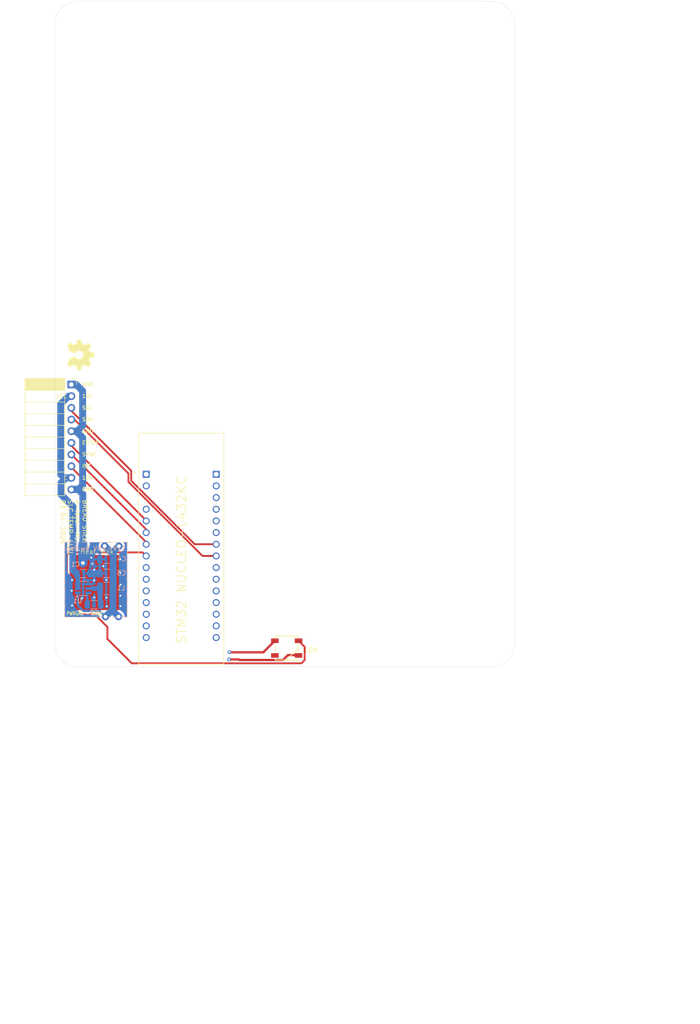
<source format=kicad_pcb>
(kicad_pcb (version 20241229) (generator "pcbnew") (generator_version "9.0")
  (layers (0 "F.Cu" signal) (4 "In1.Cu" signal) (6 "In2.Cu" signal) (2 "B.Cu" signal) (13 "F.Paste" user) (15 "B.Paste" user) (5 "F.SilkS" user "F.Silkscreen") (7 "B.SilkS" user "B.Silkscreen") (1 "F.Mask" user) (3 "B.Mask" user) (25 "Edge.Cuts" user))
  (net 0 "")
  (net 1 "/LED")
  (net 2 "/I2C_CLK")
  (net 3 "/I2C_DAT")
  (net 4 "/SYNC")
  (net 5 "+12V")
  (net 6 "/INT")
  (net 7 "/ESTOP")
  (net 8 "Net-(U1-SW)")
  (net 9 "Net-(U1-BST)")
  (net 11 "GNDPWR")
  (net 12 "GNDD")
  (net 13 "+5VD")
  (net 18 "+3V3")
  (footprint "MountingHole:MountingHole_5mm" (layer "F.Cu") (at 62.574466 41.109466)
    (property "Reference" "H1" (hide yes))
    (property "Value" "MountingHole")
    (pad "" np_thru_hole circle (at 0 0) (size 5 5) (drill 5) (layers "*.Cu" "*.Mask"))
  )
  (footprint "MountingHole:MountingHole_5mm" (layer "F.Cu") (at 152.69 41.125)
    (property "Reference" "H3" (hide yes))
    (property "Value" "MountingHole")
    (pad "" np_thru_hole circle (at 0 0) (size 5 5) (drill 5) (layers "*.Cu" "*.Mask"))
  )
  (footprint "MountingHole:MountingHole_5mm" (layer "F.Cu") (at 62.574465 176.003932)
    (property "Reference" "H2" (hide yes))
    (property "Value" "MountingHole")
    (pad "" np_thru_hole circle (at 0 0) (size 5 5) (drill 5) (layers "*.Cu" "*.Mask"))
  )
  (footprint "MountingHole:MountingHole_5mm" (layer "F.Cu") (at 152.64 175.869466)
    (property "Reference" "H4" (hide yes))
    (property "Value" "MountingHole")
    (pad "" np_thru_hole circle (at 0 0) (size 5 5) (drill 5) (layers "*.Cu" "*.Mask"))
  )
  (footprint "Connector_PinSocket_2.54mm:PinSocket_1x10_P2.54mm_Horizontal" (layer "F.Cu") (at 61.174465 119.553932)
    (property "Reference" "J1" (at -2.6 2.55 0) (layer "F.SilkS"))
    (property "Value" "Conn_01x10_Female")
    (fp_line (start -10.09 -1.33) (end -10.09 24.19) (stroke (width 0.12)) (layer "F.SilkS"))
    (fp_line (start -10.09 -1.33) (end -1.46 -1.33) (stroke (width 0.12)) (layer "F.SilkS"))
    (fp_line (start -10.09 -1.21) (end -1.46 -1.21) (stroke (width 0.12)) (layer "F.SilkS"))
    (fp_line (start -10.09 -1.091905) (end -1.46 -1.091905) (stroke (width 0.12)) (layer "F.SilkS"))
    (fp_line (start -10.09 -0.97381) (end -1.46 -0.97381) (stroke (width 0.12)) (layer "F.SilkS"))
    (fp_line (start -10.09 -0.855715) (end -1.46 -0.855715) (stroke (width 0.12)) (layer "F.SilkS"))
    (fp_line (start -10.09 -0.73762) (end -1.46 -0.73762) (stroke (width 0.12)) (layer "F.SilkS"))
    (fp_line (start -10.09 -0.619525) (end -1.46 -0.619525) (stroke (width 0.12)) (layer "F.SilkS"))
    (fp_line (start -10.09 -0.50143) (end -1.46 -0.50143) (stroke (width 0.12)) (layer "F.SilkS"))
    (fp_line (start -10.09 -0.383335) (end -1.46 -0.383335) (stroke (width 0.12)) (layer "F.SilkS"))
    (fp_line (start -10.09 -0.26524) (end -1.46 -0.26524) (stroke (width 0.12)) (layer "F.SilkS"))
    (fp_line (start -10.09 -0.147145) (end -1.46 -0.147145) (stroke (width 0.12)) (layer "F.SilkS"))
    (fp_line (start -10.09 -0.02905) (end -1.46 -0.02905) (stroke (width 0.12)) (layer "F.SilkS"))
    (fp_line (start -10.09 0.089045) (end -1.46 0.089045) (stroke (width 0.12)) (layer "F.SilkS"))
    (fp_line (start -10.09 0.20714) (end -1.46 0.20714) (stroke (width 0.12)) (layer "F.SilkS"))
    (fp_line (start -10.09 0.325235) (end -1.46 0.325235) (stroke (width 0.12)) (layer "F.SilkS"))
    (fp_line (start -10.09 0.44333) (end -1.46 0.44333) (stroke (width 0.12)) (layer "F.SilkS"))
    (fp_line (start -10.09 0.561425) (end -1.46 0.561425) (stroke (width 0.12)) (layer "F.SilkS"))
    (fp_line (start -10.09 0.67952) (end -1.46 0.67952) (stroke (width 0.12)) (layer "F.SilkS"))
    (fp_line (start -10.09 0.797615) (end -1.46 0.797615) (stroke (width 0.12)) (layer "F.SilkS"))
    (fp_line (start -10.09 0.91571) (end -1.46 0.91571) (stroke (width 0.12)) (layer "F.SilkS"))
    (fp_line (start -10.09 1.033805) (end -1.46 1.033805) (stroke (width 0.12)) (layer "F.SilkS"))
    (fp_line (start -10.09 1.1519) (end -1.46 1.1519) (stroke (width 0.12)) (layer "F.SilkS"))
    (fp_line (start -10.09 1.27) (end -1.46 1.27) (stroke (width 0.12)) (layer "F.SilkS"))
    (fp_line (start -10.09 3.81) (end -1.46 3.81) (stroke (width 0.12)) (layer "F.SilkS"))
    (fp_line (start -10.09 6.35) (end -1.46 6.35) (stroke (width 0.12)) (layer "F.SilkS"))
    (fp_line (start -10.09 8.89) (end -1.46 8.89) (stroke (width 0.12)) (layer "F.SilkS"))
    (fp_line (start -10.09 11.43) (end -1.46 11.43) (stroke (width 0.12)) (layer "F.SilkS"))
    (fp_line (start -10.09 13.97) (end -1.46 13.97) (stroke (width 0.12)) (layer "F.SilkS"))
    (fp_line (start -10.09 16.51) (end -1.46 16.51) (stroke (width 0.12)) (layer "F.SilkS"))
    (fp_line (start -10.09 19.05) (end -1.46 19.05) (stroke (width 0.12)) (layer "F.SilkS"))
    (fp_line (start -10.09 21.59) (end -1.46 21.59) (stroke (width 0.12)) (layer "F.SilkS"))
    (fp_line (start -10.09 24.19) (end -1.46 24.19) (stroke (width 0.12)) (layer "F.SilkS"))
    (fp_line (start -1.46 -1.33) (end -1.46 24.19) (stroke (width 0.12)) (layer "F.SilkS"))
    (fp_line (start -1.46 -0.36) (end -1.11 -0.36) (stroke (width 0.12)) (layer "F.SilkS"))
    (fp_line (start -1.46 0.36) (end -1.11 0.36) (stroke (width 0.12)) (layer "F.SilkS"))
    (fp_line (start -1.46 2.18) (end -1.05 2.18) (stroke (width 0.12)) (layer "F.SilkS"))
    (fp_line (start -1.46 2.9) (end -1.05 2.9) (stroke (width 0.12)) (layer "F.SilkS"))
    (fp_line (start -1.46 4.72) (end -1.05 4.72) (stroke (width 0.12)) (layer "F.SilkS"))
    (fp_line (start -1.46 5.44) (end -1.05 5.44) (stroke (width 0.12)) (layer "F.SilkS"))
    (fp_line (start -1.46 7.26) (end -1.05 7.26) (stroke (width 0.12)) (layer "F.SilkS"))
    (fp_line (start -1.46 7.98) (end -1.05 7.98) (stroke (width 0.12)) (layer "F.SilkS"))
    (fp_line (start -1.46 9.8) (end -1.05 9.8) (stroke (width 0.12)) (layer "F.SilkS"))
    (fp_line (start -1.46 10.52) (end -1.05 10.52) (stroke (width 0.12)) (layer "F.SilkS"))
    (fp_line (start -1.46 12.34) (end -1.05 12.34) (stroke (width 0.12)) (layer "F.SilkS"))
    (fp_line (start -1.46 13.06) (end -1.05 13.06) (stroke (width 0.12)) (layer "F.SilkS"))
    (fp_line (start -1.46 14.88) (end -1.05 14.88) (stroke (width 0.12)) (layer "F.SilkS"))
    (fp_line (start -1.46 15.6) (end -1.05 15.6) (stroke (width 0.12)) (layer "F.SilkS"))
    (fp_line (start -1.46 17.42) (end -1.05 17.42) (stroke (width 0.12)) (layer "F.SilkS"))
    (fp_line (start -1.46 18.14) (end -1.05 18.14) (stroke (width 0.12)) (layer "F.SilkS"))
    (fp_line (start -1.46 19.96) (end -1.05 19.96) (stroke (width 0.12)) (layer "F.SilkS"))
    (fp_line (start -1.46 20.68) (end -1.05 20.68) (stroke (width 0.12)) (layer "F.SilkS"))
    (fp_line (start -1.46 22.5) (end -1.05 22.5) (stroke (width 0.12)) (layer "F.SilkS"))
    (fp_line (start -1.46 23.22) (end -1.05 23.22) (stroke (width 0.12)) (layer "F.SilkS"))
    (fp_line (start 0 -1.33) (end 1.11 -1.33) (stroke (width 0.12)) (layer "F.SilkS"))
    (fp_line (start 1.11 -1.33) (end 1.11 0) (stroke (width 0.12)) (layer "F.SilkS"))
    (pad "1" thru_hole rect (at 0 0) (size 1.7 1.7) (drill 1) (layers "*.Cu" "*.Mask") (net 11 "GNDPWR"))
    (pad "2" thru_hole oval (at 0 2.54) (size 1.7 1.7) (drill 1) (layers "*.Cu" "*.Mask") (net 5 "+12V"))
    (pad "3" thru_hole oval (at 0 5.08) (size 1.7 1.7) (drill 1) (layers "*.Cu" "*.Mask") (net 2 "/I2C_CLK"))
    (pad "4" thru_hole oval (at 0 7.62) (size 1.7 1.7) (drill 1) (layers "*.Cu" "*.Mask") (net 3 "/I2C_DAT"))
    (pad "5" thru_hole oval (at 0 10.16) (size 1.7 1.7) (drill 1) (layers "*.Cu" "*.Mask") (net 11 "GNDPWR"))
    (pad "6" thru_hole oval (at 0 12.7) (size 1.7 1.7) (drill 1) (layers "*.Cu" "*.Mask") (net 7 "/ESTOP"))
    (pad "7" thru_hole oval (at 0 15.24) (size 1.7 1.7) (drill 1) (layers "*.Cu" "*.Mask") (net 6 "/INT"))
    (pad "8" thru_hole oval (at 0 17.78) (size 1.7 1.7) (drill 1) (layers "*.Cu" "*.Mask") (net 4 "/SYNC"))
    (pad "9" thru_hole oval (at 0 20.32) (size 1.7 1.7) (drill 1) (layers "*.Cu" "*.Mask") (net 5 "+12V"))
    (pad "10" thru_hole oval (at 0 22.86) (size 1.7 1.7) (drill 1) (layers "*.Cu" "*.Mask") (net 11 "GNDPWR"))
  )
  (footprint "Symbol:OSHW-Symbol_6.7x6mm_SilkScreen" (layer "F.Cu") (at 63.174465 113.103932 -90)
    (property "Reference" "Logo1" (hide yes))
    (property "Value" "Logo_Open_Hardware_Small" (hide yes))
    (fp_poly (pts (xy 0.555814 -2.531069) (xy 0.639635 -2.086445) (xy 0.94892 -1.958947) (xy 1.258206 -1.831449) (xy 1.629246 -2.083754) (xy 1.733157 -2.154004) (xy 1.827087 -2.216728) (xy 1.906652 -2.269062) (xy 1.96747 -2.308143) (xy 2.005157 -2.331107) (xy 2.015421 -2.336058) (xy 2.03391 -2.323324) (xy 2.07342 -2.288118) (xy 2.129522 -2.234938) (xy 2.197787 -2.168282) (xy 2.273786 -2.092646) (xy 2.353092 -2.012528) (xy 2.431275 -1.932426) (xy 2.503907 -1.856836) (xy 2.566559 -1.790255) (xy 2.614803 -1.737182) (xy 2.64421 -1.702113) (xy 2.651241 -1.690377) (xy 2.641123 -1.66874) (xy 2.612759 -1.621338) (xy 2.569129 -1.552807) (xy 2.513218 -1.467785) (xy 2.448006 -1.370907) (xy 2.410219 -1.31565) (xy 2.341343 -1.214752) (xy 2.28014 -1.123701) (xy 2.229578 -1.04703) (xy 2.192628 -0.989272) (xy 2.172258 -0.954957) (xy 2.169197 -0.947746) (xy 2.176136 -0.927252) (xy 2.195051 -0.879487) (xy 2.223087 -0.811168) (xy 2.257391 -0.729011) (xy 2.295109 -0.63973) (xy 2.333387 -0.550042) (xy 2.36937 -0.466662) (xy 2.400206 -0.396306) (xy 2.423039 -0.34569) (xy 2.435017 -0.321529) (xy 2.435724 -0.320578) (xy 2.454531 -0.315964) (xy 2.504618 -0.305672) (xy 2.580793 -0.290713) (xy 2.677865 -0.272099) (xy 2.790643 -0.250841) (xy 2.856442 -0.238582) (xy 2.97695 -0.215638) (xy 3.085797 -0.193805) (xy 3.177476 -0.174278) (xy 3.246481 -0.158252) (xy 3.287304 -0.146921) (xy 3.295511 -0.143326) (xy 3.303548 -0.118994) (xy 3.310033 -0.064041) (xy 3.31497 0.015108) (xy 3.318364 0.112026) (xy 3.320218 0.220287) (xy 3.320538 0.333465) (xy 3.319327 0.445135) (xy 3.31659 0.548868) (xy 3.312331 0.638241) (xy 3.306555 0.706826) (xy 3.299267 0.748197) (xy 3.294895 0.75681) (xy 3.268764 0.767133) (xy 3.213393 0.781892) (xy 3.136107 0.799352) (xy 3.04423 0.81778) (xy 3.012158 0.823741) (xy 2.857524 0.852066) (xy 2.735375 0.874876) (xy 2.641673 0.89308) (xy 2.572384 0.907583) (xy 2.523471 0.919292) (xy 2.490897 0.929115) (xy 2.470628 0.937956) (xy 2.458626 0.946724) (xy 2.456947 0.948457) (xy 2.440184 0.976371) (xy 2.414614 1.030695) (xy 2.382788 1.104777) (xy 2.34726 1.191965) (xy 2.310583 1.285608) (xy 2.275311 1.379052) (xy 2.243996 1.465647) (xy 2.219193 1.53874) (xy 2.203454 1.591678) (xy 2.199332 1.617811) (xy 2.199676 1.618726) (xy 2.213641 1.640086) (xy 2.245322 1.687084) (xy 2.291391 1.754827) (xy 2.348518 1.838423) (xy 2.413373 1.932982) (xy 2.431843 1.959854) (xy 2.497699 2.057275) (xy 2.55565 2.146163) (xy 2.602538 2.221412) (xy 2.635207 2.27792) (xy 2.6505 2.310581) (xy 2.651241 2.314593) (xy 2.638392 2.335684) (xy 2.602888 2.377464) (xy 2.549293 2.435445) (xy 2.482171 2.505135) (xy 2.406087 2.582045) (xy 2.325604 2.661683) (xy 2.245287 2.739561) (xy 2.169699 2.811186) (xy 2.103405 2.87207) (xy 2.050969 2.917721) (xy 2.016955 2.94365) (xy 2.007545 2.947883) (xy 1.985643 2.937912) (xy 1.9408 2.91102) (xy 1.880321 2.871736) (xy 1.833789 2.840117) (xy 1.749475 2.782098) (xy 1.649626 2.713784) (xy 1.549473 2.645579) (xy 1.495627 2.609075) (xy 1.313371 2.4858) (xy 1.160381 2.56852) (xy 1.090682 2.604759) (xy 1.031414 2.632926) (xy 0.991311 2.648991) (xy 0.981103 2.651226) (xy 0.968829 2.634722) (xy 0.944613 2.588082) (xy 0.910263 2.515609) (xy 0.867588 2.421606) (xy 0.818394 2.310374) (xy 0.76449 2.186215) (xy 0.707684 2.053432) (xy 0.649782 1.916327) (xy 0.592593 1.779202) (xy 0.537924 1.646358) (xy 0.487584 1.522098) (xy 0.44338 1.410725) (xy 0.407119 1.316539) (xy 0.380609 1.243844) (xy 0.365658 1.196941) (xy 0.363254 1.180833) (xy 0.382311 1.160286) (xy 0.424036 1.126933) (xy 0.479706 1.087702) (xy 0.484378 1.084599) (xy 0.628264 0.969423) (xy 0.744283 0.835053) (xy 0.83143 0.685784) (xy 0.888699 0.525913) (xy 0.915086 0.359737) (xy 0.909585 0.191552) (xy 0.87119 0.025655) (xy 0.798895 -0.133658) (xy 0.777626 -0.168513) (xy 0.666996 -0.309263) (xy 0.536302 -0.422286) (xy 0.390064 -0.506997) (xy 0.232808 -0.562806) (xy 0.069057 -0.589126) (xy -0.096667 -0.58537) (xy -0.259838 -0.55095) (xy -0.415935 -0.485277) (xy -0.560433 -0.387765) (xy -0.605131 -0.348187) (xy -0.718888 -0.224297) (xy -0.801782 -0.093876) (xy -0.858644 0.052315) (xy -0.890313 0.197088) (xy -0.898131 0.35986) (xy -0.872062 0.52344) (xy -0.814755 0.682298) (xy -0.728856 0.830906) (xy -0.617014 0.963735) (xy -0.481877 1.075256) (xy -0.464117 1.087011) (xy -0.40785 1.125508) (xy -0.365077 1.158863) (xy -0.344628 1.18016) (xy -0.344331 1.180833) (xy -0.348721 1.203871) (xy -0.366124 1.256157) (xy -0.394732 1.33339) (xy -0.432735 1.431268) (xy -0.478326 1.545491) (xy -0.529697 1.671758) (xy -0.585038 1.805767) (xy -0.642542 1.943218) (xy -0.700399 2.079808) (xy -0.756802 2.211237) (xy -0.809942 2.333205) (xy -0.85801 2.441409) (xy -0.899199 2.531549) (xy -0.931699 2.599323) (xy -0.953703 2.64043) (xy -0.962564 2.651226) (xy -0.98964 2.642819) (xy -1.040303 2.620272) (xy -1.105817 2.587613) (xy -1.141841 2.56852) (xy -1.294832 2.4858) (xy -1.477088 2.609075) (xy -1.570125 2.672228) (xy -1.671985 2.741727) (xy -1.767438 2.807165) (xy -1.81525 2.840117) (xy -1.882495 2.885273) (xy -1.939436 2.921057) (xy -1.978646 2.942938) (xy -1.991381 2.947563) (xy -2.009917 2.935085) (xy -2.050941 2.900252) (xy -2.110475 2.846678) (xy -2.184542 2.777983) (xy -2.269165 2.697781) (xy -2.322685 2.646286) (xy -2.416319 2.554286) (xy -2.497241 2.471999) (xy -2.562177 2.402945) (xy -2.607858 2.350644) (xy -2.631011 2.318616) (xy -2.633232 2.312116) (xy -2.622924 2.287394) (xy -2.594439 2.237405) (xy -2.550937 2.167212) (xy -2.495577 2.081875) (xy -2.43152 1.986456) (xy -2.413303 1.959854) (xy -2.346927 1.863167) (xy -2.287378 1.776117) (xy -2.237984 1.703595) (xy -2.202075 1.650493) (xy -2.182981 1.621703) (xy -2.181136 1.618726) (xy -2.183895 1.595782) (xy -2.198538 1.545336) (xy -2.222513 1.474041) (xy -2.253266 1.388547) (xy -2.288244 1.295507) (xy -2.324893 1.201574) (xy -2.360661 1.113399) (xy -2.392994 1.037634) (xy -2.419338 0.980931) (xy -2.437142 0.949943) (xy -2.438407 0.948457) (xy -2.449294 0.939601) (xy -2.467682 0.930843) (xy -2.497606 0.921277) (xy -2.543103 0.909996) (xy -2.608209 0.896093) (xy -2.696961 0.878663) (xy -2.813393 0.856798) (xy -2.961542 0.829591) (xy -2.993618 0.823741) (xy -3.088686 0.805374) (xy -3.171565 0.787405) (xy -3.23493 0.771569) (xy -3.271458 0.7596) (xy -3.276356 0.75681) (xy -3.284427 0.732072) (xy -3.290987 0.67679) (xy -3.296033 0.597389) (xy -3.299559 0.500296) (xy -3.301561 0.391938) (xy -3.302036 0.27874) (xy -3.300977 0.167128) (xy -3.298382 0.063529) (xy -3.294246 -0.025632) (xy -3.288563 -0.093928) (xy -3.281331 -0.134934) (xy -3.276971 -0.143326) (xy -3.252698 -0.151792) (xy -3.197426 -0.165565) (xy -3.116662 -0.18345) (xy -3.015912 -0.204252) (xy -2.900683 -0.226777) (xy -2.837902 -0.238582) (xy -2.718787 -0.260849) (xy -2.612565 -0.281021) (xy -2.524427 -0.298085) (xy -2.459566 -0.311031) (xy -2.423174 -0.318845) (xy -2.417184 -0.320578) (xy -2.407061 -0.34011) (xy -2.385662 -0.387157) (xy -2.355839 -0.454997) (xy -2.320445 -0.536909) (xy -2.282332 -0.626172) (xy -2.244353 -0.716065) (xy -2.20936 -0.799865) (xy -2.180206 -0.870853) (xy -2.159743 -0.922306) (xy -2.150823 -0.947503) (xy -2.150657 -0.948604) (xy -2.160769 -0.968481) (xy -2.189117 -1.014223) (xy -2.232723 -1.081283) (xy -2.288606 -1.165116) (xy -2.353787 -1.261174) (xy -2.391679 -1.31635) (xy -2.460725 -1.417519) (xy -2.52205 -1.50937) (xy -2.572663 -1.587256) (xy -2.609571 -1.646531) (xy -2.629782 -1.682549) (xy -2.632701 -1.690623) (xy -2.620153 -1.709416) (xy -2.585463 -1.749543) (xy -2.533063 -1.806507) (xy -2.467384 -1.875815) (xy -2.392856 -1.952969) (xy -2.313913 -2.033475) (xy -2.234983 -2.112837) (xy -2.1605 -2.18656) (xy -2.094894 -2.250148) (xy -2.042596 -2.299106) (xy -2.008039 -2.328939) (xy -1.996478 -2.336058) (xy -1.977654 -2.326047) (xy -1.932631 -2.297922) (xy -1.865787 -2.254546) (xy -1.781499 -2.198782) (xy -1.684144 -2.133494) (xy -1.610707 -2.083754) (xy -1.239667 -1.831449) (xy -0.621095 -2.086445) (xy -0.537275 -2.531069) (xy -0.453454 -2.975693) (xy 0.471994 -2.975693) (xy 0.555814 -2.531069)) (stroke (width 0.01)) (fill yes) (layer "F.SilkS"))
  )
  (footprint "kml-custom:Thermal Pad" (layer "F.Cu") (at 66.774465 162.653932)
    (property "Reference" "HS1")
    (property "Value" "Heatsink_Pad")
    (fp_text user "Heat Sink" (at 0 -6.7 0) (layer "F.SilkS") (effects (font (thickness 0.1))))
    (pad "1" smd roundrect (at 0 0) (size 12 12) (layers "F.Cu" "F.Mask" "F.Paste") (roundrect_rratio 0.08333333333) (net 12 "GNDD"))
  )
  (footprint "SparkFun-LED:WS2812-5050-4PIN" (layer "F.Cu") (at 108.074465 176.936701)
    (property "Reference" "D1")
    (property "Value" "WS2812B_5050")
    (fp_line (start -2.5 -2.6) (end 2.5 -2.6) (stroke (width 0.1778)) (layer "F.SilkS"))
    (fp_line (start -2.5 -2.4) (end -2.5 -2.6) (stroke (width 0.1778)) (layer "F.SilkS"))
    (fp_line (start -2.5 0.9) (end -2.5 -0.8) (stroke (width 0.1778)) (layer "F.SilkS"))
    (fp_line (start -2.5 2.4) (end -2.5 2.6) (stroke (width 0.1778)) (layer "F.SilkS"))
    (fp_line (start -2.5 2.6) (end 2.5 2.6) (stroke (width 0.1778)) (layer "F.SilkS"))
    (fp_line (start 2.5 -2.6) (end 2.5 -2.4) (stroke (width 0.1778)) (layer "F.SilkS"))
    (fp_line (start 2.5 -0.9) (end 2.5 0.1) (stroke (width 0.1778)) (layer "F.SilkS"))
    (fp_line (start 2.5 0.1) (end -0.1 2.6) (stroke (width 0.1778)) (layer "F.SilkS"))
    (fp_line (start 2.5 0.1) (end 2.5 0.9) (stroke (width 0.1778)) (layer "F.SilkS"))
    (fp_line (start 2.5 2.6) (end 2.5 2.4) (stroke (width 0.1778)) (layer "F.SilkS"))
    (fp_circle (center 2.475 2.99375) (end 2.475 3.09375) (stroke (width 0.2)) (fill yes) (layer "F.SilkS"))
    (pad "1" smd rect (at -2.577 -1.6) (size 1.651 1) (layers "F.Cu" "F.Mask" "F.Paste") (net 13 "+5VD"))
    (pad "2" smd rect (at -2.577 1.6) (size 1.651 1) (layers "F.Cu" "F.Mask" "F.Paste"))
    (pad "3" smd rect (at 2.577 1.6) (size 1.651 1) (layers "F.Cu" "F.Mask" "F.Paste") (net 12 "GNDD"))
    (pad "4" smd rect (at 2.577 -1.6) (size 1.651 1) (layers "F.Cu" "F.Mask" "F.Paste") (net 1 "/LED"))
  )
  (footprint "kml-custom:MODULE_NUCLEO-L432KC" (layer "F.Cu") (at 85.09 155.305)
    (property "Reference" "U2" (hide yes))
    (property "Value" "NUCLEO-L432KC")
    (fp_line (start -9.27 -25.145) (end 9.27 -25.145) (stroke (width 0.127)) (layer "F.SilkS"))
    (fp_line (start -9.27 25.145) (end -9.27 -25.145) (stroke (width 0.127)) (layer "F.SilkS"))
    (fp_line (start 9.27 -25.145) (end 9.27 25.145) (stroke (width 0.127)) (layer "F.SilkS"))
    (fp_line (start 9.27 25.145) (end -9.27 25.145) (stroke (width 0.127)) (layer "F.SilkS"))
    (fp_circle (center -10 -16.5) (end -9.9 -16.5) (stroke (width 0.2)) (fill no) (layer "F.SilkS"))
    (pad "CN3_1" thru_hole rect (at -7.62 -16.215) (size 1.53 1.53) (drill 1.02) (layers "*.Cu" "*.Mask"))
    (pad "CN3_2" thru_hole circle (at -7.62 -13.675) (size 1.53 1.53) (drill 1.02) (layers "*.Cu" "*.Mask"))
    (pad "CN3_4" thru_hole circle (at -7.62 -8.595) (size 1.53 1.53) (drill 1.02) (layers "*.Cu" "*.Mask") (net 12 "GNDD"))
    (pad "CN3_5" thru_hole circle (at -7.62 -6.055) (size 1.53 1.53) (drill 1.02) (layers "*.Cu" "*.Mask") (net 7 "/ESTOP"))
    (pad "CN3_6" thru_hole circle (at -7.62 -3.515) (size 1.53 1.53) (drill 1.02) (layers "*.Cu" "*.Mask") (net 6 "/INT"))
    (pad "CN3_7" thru_hole circle (at -7.62 -0.975) (size 1.53 1.53) (drill 1.02) (layers "*.Cu" "*.Mask") (net 4 "/SYNC"))
    (pad "CN3_8" thru_hole circle (at -7.62 1.565) (size 1.53 1.53) (drill 1.02) (layers "*.Cu" "*.Mask") (net 1 "/LED"))
    (pad "CN3_9" thru_hole circle (at -7.62 4.105) (size 1.53 1.53) (drill 1.02) (layers "*.Cu" "*.Mask"))
    (pad "CN3_10" thru_hole circle (at -7.62 6.645) (size 1.53 1.53) (drill 1.02) (layers "*.Cu" "*.Mask"))
    (pad "CN3_11" thru_hole circle (at -7.62 9.185) (size 1.53 1.53) (drill 1.02) (layers "*.Cu" "*.Mask"))
    (pad "CN3_12" thru_hole circle (at -7.62 11.725) (size 1.53 1.53) (drill 1.02) (layers "*.Cu" "*.Mask"))
    (pad "CN3_13" thru_hole circle (at -7.62 14.265) (size 1.53 1.53) (drill 1.02) (layers "*.Cu" "*.Mask"))
    (pad "CN3_14" thru_hole circle (at -7.62 16.805) (size 1.53 1.53) (drill 1.02) (layers "*.Cu" "*.Mask"))
    (pad "CN3_15" thru_hole circle (at -7.62 19.345) (size 1.53 1.53) (drill 1.02) (layers "*.Cu" "*.Mask"))
    (pad "CN4_1" thru_hole rect (at 7.62 -16.215) (size 1.53 1.53) (drill 1.02) (layers "*.Cu" "*.Mask"))
    (pad "CN4_2" thru_hole circle (at 7.62 -13.675) (size 1.53 1.53) (drill 1.02) (layers "*.Cu" "*.Mask") (net 12 "GNDD"))
    (pad "CN4_3" thru_hole circle (at 7.62 -11.135) (size 1.53 1.53) (drill 1.02) (layers "*.Cu" "*.Mask"))
    (pad "CN4_4" thru_hole circle (at 7.62 -8.595) (size 1.53 1.53) (drill 1.02) (layers "*.Cu" "*.Mask") (net 13 "+5VD"))
    (pad "CN4_5" thru_hole circle (at 7.62 -6.055) (size 1.53 1.53) (drill 1.02) (layers "*.Cu" "*.Mask"))
    (pad "CN4_6" thru_hole circle (at 7.62 -3.515) (size 1.53 1.53) (drill 1.02) (layers "*.Cu" "*.Mask"))
    (pad "CN4_7" thru_hole circle (at 7.62 -0.975) (size 1.53 1.53) (drill 1.02) (layers "*.Cu" "*.Mask") (net 2 "/I2C_CLK"))
    (pad "CN4_8" thru_hole circle (at 7.62 1.565) (size 1.53 1.53) (drill 1.02) (layers "*.Cu" "*.Mask") (net 3 "/I2C_DAT"))
    (pad "CN4_9" thru_hole circle (at 7.62 4.105) (size 1.53 1.53) (drill 1.02) (layers "*.Cu" "*.Mask"))
    (pad "CN4_10" thru_hole circle (at 7.62 6.645) (size 1.53 1.53) (drill 1.02) (layers "*.Cu" "*.Mask"))
    (pad "CN4_11" thru_hole circle (at 7.62 9.185) (size 1.53 1.53) (drill 1.02) (layers "*.Cu" "*.Mask"))
    (pad "CN4_12" thru_hole circle (at 7.62 11.725) (size 1.53 1.53) (drill 1.02) (layers "*.Cu" "*.Mask"))
    (pad "CN4_13" thru_hole circle (at 7.62 14.265) (size 1.53 1.53) (drill 1.02) (layers "*.Cu" "*.Mask"))
    (pad "CN4_14" thru_hole circle (at 7.62 16.805) (size 1.53 1.53) (drill 1.02) (layers "*.Cu" "*.Mask") (net 18 "+3V3"))
    (pad "CN4_15" thru_hole circle (at 7.62 19.345) (size 1.53 1.53) (drill 1.02) (layers "*.Cu" "*.Mask"))
  )
  (footprint "Capacitor_SMD:C_1206_3216Metric" (layer "B.Cu") (at 63.774465 160.703932 180)
    (property "Reference" "C1" (at 1.724465 2.003932 180) (layer "B.SilkS") (effects (justify mirror)))
    (property "Value" "22uF")
    (fp_line (start 0.711252 0.91) (end -0.711252 0.91) (stroke (width 0.12)) (layer "B.SilkS"))
    (fp_line (start 0.711252 -0.91) (end -0.711252 -0.91) (stroke (width 0.12)) (layer "B.SilkS"))
    (pad "1" smd roundrect (at -1.475 0 180) (size 1.15 1.8) (layers "B.Cu" "B.Mask" "B.Paste") (roundrect_rratio 0.217391) (net 12 "GNDD"))
    (pad "2" smd roundrect (at 1.475 0 180) (size 1.15 1.8) (layers "B.Cu" "B.Mask" "B.Paste") (roundrect_rratio 0.217391) (net 5 "+12V"))
  )
  (footprint "Package_TO_SOT_SMD:TSOT-23-6" (layer "B.Cu") (at 63.724465 163.958932)
    (property "Reference" "U1" (at -1.2 2.695 0) (layer "B.SilkS") (effects (justify mirror)))
    (property "Value" "AP63205")
    (fp_line (start -0.8 -1.56) (end 0 -1.56) (stroke (width 0.12)) (layer "B.SilkS"))
    (fp_line (start -0.8 1.56) (end 0 1.56) (stroke (width 0.12)) (layer "B.SilkS"))
    (fp_line (start 0.8 -1.56) (end 0 -1.56) (stroke (width 0.12)) (layer "B.SilkS"))
    (fp_line (start 0.8 1.56) (end 0 1.56) (stroke (width 0.12)) (layer "B.SilkS"))
    (fp_poly (pts (xy -1.3 1.51) (xy -1.54 1.84) (xy -1.06 1.84) (xy -1.3 1.51)) (stroke (width 0.12)) (fill yes) (layer "B.SilkS"))
    (pad "1" smd roundrect (at -1.1375 0.95) (size 1.325 0.6) (layers "B.Cu" "B.Mask" "B.Paste") (net 13 "+5VD"))
    (pad "2" smd roundrect (at -1.1375 0) (size 1.325 0.6) (layers "B.Cu" "B.Mask" "B.Paste") (net 5 "+12V"))
    (pad "3" smd roundrect (at -1.1375 -0.95) (size 1.325 0.6) (layers "B.Cu" "B.Mask" "B.Paste") (net 5 "+12V"))
    (pad "4" smd roundrect (at 1.1375 -0.95) (size 1.325 0.6) (layers "B.Cu" "B.Mask" "B.Paste") (net 12 "GNDD"))
    (pad "5" smd roundrect (at 1.1375 0) (size 1.325 0.6) (layers "B.Cu" "B.Mask" "B.Paste") (net 8 "Net-(U1-SW)"))
    (pad "6" smd roundrect (at 1.1375 0.95) (size 1.325 0.6) (layers "B.Cu" "B.Mask" "B.Paste") (net 9 "Net-(U1-BST)"))
  )
  (footprint "Capacitor_SMD:C_1206_3216Metric" (layer "B.Cu") (at 66.124465 167.458932 180)
    (property "Reference" "C2" (at 0 -1.745 180) (layer "B.SilkS") (effects (justify mirror)))
    (property "Value" "100nF")
    (fp_line (start 0.711252 0.91) (end -0.711252 0.91) (stroke (width 0.12)) (layer "B.SilkS"))
    (fp_line (start 0.711252 -0.91) (end -0.711252 -0.91) (stroke (width 0.12)) (layer "B.SilkS"))
    (pad "1" smd roundrect (at -1.475 0 180) (size 1.15 1.8) (layers "B.Cu" "B.Mask" "B.Paste") (roundrect_rratio 0.217391) (net 8 "Net-(U1-SW)"))
    (pad "2" smd roundrect (at 1.475 0 180) (size 1.15 1.8) (layers "B.Cu" "B.Mask" "B.Paste") (roundrect_rratio 0.217391) (net 9 "Net-(U1-BST)"))
  )
  (footprint "Capacitor_SMD:C_1206_3216Metric" (layer "B.Cu") (at 68.824465 160.658932)
    (property "Reference" "C3" (at 3.3 -0.055 0) (layer "B.SilkS") (effects (justify mirror)))
    (property "Value" "22uF")
    (fp_line (start 0.711252 -0.91) (end -0.711252 -0.91) (stroke (width 0.12)) (layer "B.SilkS"))
    (fp_line (start 0.711252 0.91) (end -0.711252 0.91) (stroke (width 0.12)) (layer "B.SilkS"))
    (pad "1" smd roundrect (at -1.475 0) (size 1.15 1.8) (layers "B.Cu" "B.Mask" "B.Paste") (roundrect_rratio 0.217391) (net 12 "GNDD"))
    (pad "2" smd roundrect (at 1.475 0) (size 1.15 1.8) (layers "B.Cu" "B.Mask" "B.Paste") (roundrect_rratio 0.217391) (net 13 "+5VD"))
  )
  (footprint "Capacitor_SMD:C_1206_3216Metric" (layer "B.Cu") (at 68.824465 157.603932)
    (property "Reference" "C4" (at 3.3 -0.105 0) (layer "B.SilkS") (effects (justify mirror)))
    (property "Value" "22uF")
    (fp_line (start 0.711252 -0.91) (end -0.711252 -0.91) (stroke (width 0.12)) (layer "B.SilkS"))
    (fp_line (start 0.711252 0.91) (end -0.711252 0.91) (stroke (width 0.12)) (layer "B.SilkS"))
    (pad "1" smd roundrect (at -1.475 0) (size 1.15 1.8) (layers "B.Cu" "B.Mask" "B.Paste") (roundrect_rratio 0.217391) (net 12 "GNDD"))
    (pad "2" smd roundrect (at 1.475 0) (size 1.15 1.8) (layers "B.Cu" "B.Mask" "B.Paste") (roundrect_rratio 0.217391) (net 13 "+5VD"))
  )
  (footprint "Inductor_SMD:L_1210_3225Metric" (layer "B.Cu") (at 68.824465 163.958932)
    (property "Reference" "L1" (at 3.15 -0.105 0) (layer "B.SilkS") (effects (justify mirror)))
    (property "Value" "4.7uH")
    (fp_line (start 0.602064 -1.36) (end -0.602064 -1.36) (stroke (width 0.12)) (layer "B.SilkS"))
    (fp_line (start 0.602064 1.36) (end -0.602064 1.36) (stroke (width 0.12)) (layer "B.SilkS"))
    (pad "1" smd roundrect (at -1.4 0) (size 1.25 2.65) (layers "B.Cu" "B.Mask" "B.Paste") (roundrect_rratio 0.2) (net 8 "Net-(U1-SW)"))
    (pad "2" smd roundrect (at 1.4 0) (size 1.25 2.65) (layers "B.Cu" "B.Mask" "B.Paste") (roundrect_rratio 0.2) (net 13 "+5VD"))
  )
  (footprint "NetTie:NetTie-2_SMD_Pad2.0mm" (layer "B.Cu") (at 63.674465 156.403932 90)
    (property "Reference" "NT1" (hide yes))
    (property "Value" "NetTie_2" (hide yes))
    (fp_poly (pts (xy -2 1) (xy 2 1) (xy 2 -1) (xy -2 -1)) (fill yes) (layer "B.Cu"))
    (pad "1" smd circle (at -2 0 90) (size 2 2) (layers "B.Cu") (net 12 "GNDD"))
    (pad "2" smd circle (at 2 0 90) (size 2 2) (layers "B.Cu") (net 11 "GNDPWR"))
  )
  (gr_rect (start 59.724465 153.889932) (end 73.324465 170.187932) (stroke (width 0.12) (type dash)) (fill no) (layer "B.SilkS"))
  (gr_line (start 157.69 41.125) (end 157.69 176.019466) (stroke (width 0.05)) (layer "Edge.Cuts"))
  (gr_line (start 62.574466 181.003932) (end 152.69 181.003932) (stroke (width 0.05)) (layer "Edge.Cuts"))
  (gr_arc (start 152.69 36.125) (mid 156.225534 37.589466) (end 157.69 41.125) (stroke (width 0.05)) (layer "Edge.Cuts"))
  (gr_line (start 57.574466 41.109466) (end 57.574466 176.003932) (stroke (width 0.05)) (layer "Edge.Cuts"))
  (gr_arc (start 62.574465 181.003932) (mid 59.038931 179.539466) (end 57.574465 176.003932) (stroke (width 0.05)) (layer "Edge.Cuts"))
  (gr_line (start 62.574466 36.109466) (end 152.69 36.125) (stroke (width 0.05)) (layer "Edge.Cuts"))
  (gr_arc (start 57.574466 41.109466) (mid 59.038932 37.573932) (end 62.574466 36.109466) (stroke (width 0.05)) (layer "Edge.Cuts"))
  (gr_arc (start 157.69 176.019466) (mid 156.220041 179.54495) (end 152.69 181.003931) (stroke (width 0.05)) (layer "Edge.Cuts"))
  (gr_text "GND" (at 64.75 129.71 0) (layer "F.SilkS") (effects (font (size 0.8 0.8))))
  (gr_text "LED" (at 113.374465 177.403932 0) (layer "F.SilkS") (effects (font (size 1 1))))
  (gr_text "12V" (at 64.635715 139.86 0) (layer "F.SilkS") (effects (font (size 0.8 0.8))))
  (gr_text "SYNC" (at 65.07381 134.76 0) (layer "F.SilkS") (effects (font (size 0.8 0.8))))
  (gr_text "GND" (at 64.75 142.36 0) (layer "F.SilkS") (effects (font (size 0.8 0.8))))
  (gr_text "BREAD Slice\n4-layer-XL\nSLC_TEMP-4LXL\nR3 04-2025" (at 61.73 144.52 270) (layer "F.SilkS") (effects (font (size 1 1)) (justify left)))
  (gr_text "GND" (at 64.75 119.51 0) (layer "F.SilkS") (effects (font (size 0.8 0.8))))
  (gr_text "PWRGND - GNDD" (at 64.05 169.88 0) (layer "F.SilkS") (effects (font (size 0.8 0.6) (thickness 0.125)) (justify bottom)))
  (gr_text "ESTOP" (at 65.397619 132.21 0) (layer "F.SilkS") (effects (font (size 0.8 0.8))))
  (gr_text "INT" (at 64.445238 137.31 0) (layer "F.SilkS") (effects (font (size 0.8 0.8))))
  (gr_text "SDA" (at 64.654762 127.16 0) (layer "F.SilkS") (effects (font (size 0.8 0.8))))
  (gr_text "SCL" (at 64.635715 124.61 0) (layer "F.SilkS") (effects (font (size 0.8 0.8))))
  (gr_text "STM32 NUCLEO-L432KC" (at 85.194465 157.693932 90) (layer "F.SilkS") (effects (font (size 2 2))))
  (gr_text "12V" (at 64.635715 122.06 0) (layer "F.SilkS") (effects (font (size 0.8 0.8))))
  (gr_text "12V->5V Sw.Reg" (at 66.48 155.77 0) (layer "B.SilkS") (effects (font (size 1 1)) (justify bottom mirror)))
  (segment (start 60.823397 156.105) (end 60.199465 156.728932) (width 0.4) (layer "F.Cu") (net 1))
  (segment (start 69.024465 174.950988) (end 74.327409 180.253932) (width 0.4) (layer "F.Cu") (net 1))
  (segment (start 77.47 156.87) (end 76.705 156.105) (width 0.4) (layer "F.Cu") (net 1))
  (segment (start 111.974465 176.659701) (end 110.651465 175.336701) (width 0.4) (layer "F.Cu") (net 1))
  (segment (start 76.705 156.105) (end 60.823397 156.105) (width 0.4) (layer "F.Cu") (net 1))
  (segment (start 61.174465 169.603932) (end 66.274465 169.603932) (width 0.4) (layer "F.Cu") (net 1))
  (segment (start 60.199465 168.628932) (end 61.174465 169.603932) (width 0.4) (layer "F.Cu") (net 1))
  (segment (start 74.327409 180.253932) (end 111.274465 180.253932) (width 0.4) (layer "F.Cu") (net 1))
  (segment (start 69.024465 172.353932) (end 69.024465 174.950988) (width 0.4) (layer "F.Cu") (net 1))
  (segment (start 66.274465 169.603932) (end 69.024465 172.353932) (width 0.4) (layer "F.Cu") (net 1))
  (segment (start 60.199465 156.728932) (end 60.199465 168.628932) (width 0.4) (layer "F.Cu") (net 1))
  (segment (start 111.274465 180.253932) (end 111.974465 179.553932) (width 0.4) (layer "F.Cu") (net 1))
  (segment (start 111.974465 179.553932) (end 111.974465 176.659701) (width 0.4) (layer "F.Cu") (net 1))
  (segment (start 74.21 140.500058) (end 74.21 138.33) (width 0.4) (layer "F.Cu") (net 2))
  (segment (start 61.174465 125.294465) (end 61.174465 124.633932) (width 0.4) (layer "F.Cu") (net 2))
  (segment (start 88.039942 154.33) (end 74.21 140.500058) (width 0.4) (layer "F.Cu") (net 2))
  (segment (start 92.71 154.33) (end 88.039942 154.33) (width 0.4) (layer "F.Cu") (net 2))
  (segment (start 74.21 138.33) (end 61.174465 125.294465) (width 0.4) (layer "F.Cu") (net 2))
  (segment (start 73.609 140.749) (end 73.609 138.929) (width 0.4) (layer "F.Cu") (net 3))
  (segment (start 92.71 156.87) (end 89.73 156.87) (width 0.4) (layer "F.Cu") (net 3))
  (segment (start 89.73 156.87) (end 73.609 140.749) (width 0.4) (layer "F.Cu") (net 3))
  (segment (start 73.609 138.929) (end 61.853932 127.173932) (width 0.4) (layer "F.Cu") (net 3))
  (segment (start 61.853932 127.173932) (end 61.174465 127.173932) (width 0.4) (layer "F.Cu") (net 3))
  (segment (start 61.174465 137.333932) (end 61.174465 137.584465) (width 0.4) (layer "F.Cu") (net 4))
  (segment (start 61.174465 137.584465) (end 77.47 153.88) (width 0.4) (layer "F.Cu") (net 4))
  (segment (start 77.47 153.88) (end 77.47 154.33) (width 0.4) (layer "F.Cu") (net 4))
  (segment (start 58.924465 143.503932) (end 61.499465 146.078932) (width 1.5) (layer "B.Cu") (net 5))
  (segment (start 61.499465 159.903932) (end 62.299465 160.703932) (width 1.5) (layer "B.Cu") (net 5))
  (segment (start 61.174465 122.093932) (end 60.534465 122.093932) (width 1.5) (layer "B.Cu") (net 5))
  (segment (start 59.979465 139.873932) (end 58.924465 140.928932) (width 1.5) (layer "B.Cu") (net 5))
  (segment (start 61.174465 139.873932) (end 59.979465 139.873932) (width 1.5) (layer "B.Cu") (net 5))
  (segment (start 62.586965 160.991432) (end 62.299465 160.703932) (width 1) (layer "B.Cu") (net 5))
  (segment (start 62.586965 163.008932) (end 62.586965 163.908932) (width 0.9) (layer "B.Cu") (net 5))
  (segment (start 62.586965 163.008932) (end 62.586965 160.991432) (width 1) (layer "B.Cu") (net 5))
  (segment (start 59.594465 139.873932) (end 61.174465 139.873932) (width 1.5) (layer "B.Cu") (net 5))
  (segment (start 58.849465 123.778932) (end 58.849465 139.128932) (width 1.5) (layer "B.Cu") (net 5))
  (segment (start 61.499465 146.078932) (end 61.499465 159.903932) (width 1.5) (layer "B.Cu") (net 5))
  (segment (start 58.849465 139.128932) (end 59.594465 139.873932) (width 1.5) (layer "B.Cu") (net 5))
  (segment (start 58.924465 140.928932) (end 58.924465 143.503932) (width 1.5) (layer "B.Cu") (net 5))
  (segment (start 60.534465 122.093932) (end 58.849465 123.778932) (width 1.5) (layer "B.Cu") (net 5))
  (segment (start 61.174465 134.793932) (end 77.47 151.089467) (width 0.4) (layer "F.Cu") (net 6))
  (segment (start 77.47 151.089467) (end 77.47 151.79) (width 0.4) (layer "F.Cu") (net 6))
  (segment (start 61.174465 132.253932) (end 61.174465 132.874465) (width 0.4) (layer "F.Cu") (net 7))
  (segment (start 61.174465 132.874465) (end 77.47 149.17) (width 0.4) (layer "F.Cu") (net 7))
  (segment (start 77.47 149.17) (end 77.47 149.25) (width 0.4) (layer "F.Cu") (net 7))
  (segment (start 67.424465 167.283932) (end 67.599465 167.458932) (width 1) (layer "B.Cu") (net 8))
  (segment (start 67.424465 163.958932) (end 65.780703 163.958932) (width 1) (layer "B.Cu") (net 8))
  (segment (start 67.424465 163.958932) (end 67.424465 167.283932) (width 1) (layer "B.Cu") (net 8))
  (segment (start 64.649465 165.121432) (end 64.861965 164.908932) (width 0.5) (layer "B.Cu") (net 9))
  (segment (start 64.649465 167.458932) (end 64.649465 165.121432) (width 0.5) (layer "B.Cu") (net 9))
  (segment (start 63.674465 154.403932) (end 63.674465 143.403932) (width 1.5) (layer "B.Cu") (net 11))
  (segment (start 63.624465 128.528932) (end 63.624465 120.953932) (width 1.5) (layer "B.Cu") (net 11))
  (segment (start 62.684465 142.413932) (end 61.174465 142.413932) (width 1.5) (layer "B.Cu") (net 11))
  (segment (start 61.174465 129.713932) (end 62.209465 129.713932) (width 1.5) (layer "B.Cu") (net 11))
  (segment (start 63.624465 131.128932) (end 63.624465 141.473932) (width 1.5) (layer "B.Cu") (net 11))
  (segment (start 63.674465 143.403932) (end 62.684465 142.413932) (width 1.5) (layer "B.Cu") (net 11))
  (segment (start 62.224465 119.553932) (end 61.174465 119.553932) (width 1.5) (layer "B.Cu") (net 11))
  (segment (start 62.769465 142.328932) (end 61.259465 142.328932) (width 1.5) (layer "B.Cu") (net 11))
  (segment (start 63.624465 120.953932) (end 62.224465 119.553932) (width 1.5) (layer "B.Cu") (net 11))
  (segment (start 62.209465 129.713932) (end 63.624465 131.128932) (width 1.5) (layer "B.Cu") (net 11))
  (segment (start 61.174465 129.713932) (end 62.439465 129.713932) (width 1.5) (layer "B.Cu") (net 11))
  (segment (start 62.439465 129.713932) (end 63.624465 128.528932) (width 1.5) (layer "B.Cu") (net 11))
  (segment (start 63.624465 141.473932) (end 62.769465 142.328932) (width 1.5) (layer "B.Cu") (net 11))
  (segment (start 61.259465 142.328932) (end 61.174465 142.413932) (width 1.5) (layer "B.Cu") (net 11))
  (segment (start 97.629465 179.403932) (end 97.759465 179.533932) (width 0.5) (layer "F.Cu") (net 12))
  (segment (start 108.335234 178.459701) (end 110.574465 178.459701) (width 0.5) (layer "F.Cu") (net 12))
  (segment (start 97.759465 179.533932) (end 107.261003 179.533932) (width 0.5) (layer "F.Cu") (net 12))
  (segment (start 95.529465 179.403932) (end 97.629465 179.403932) (width 0.5) (layer "F.Cu") (net 12))
  (segment (start 107.261003 179.533932) (end 108.335234 178.459701) (width 0.5) (layer "F.Cu") (net 12))
  (via (at 68.824465 162.078932) (size 0.8) (drill 0.4) (layers "F.Cu" "B.Cu") (net 12))
  (via (at 68.824465 165.953932) (size 0.8) (drill 0.4) (layers "F.Cu" "B.Cu") (net 12))
  (via (at 71.849465 157.628932) (size 0.8) (drill 0.4) (layers "F.Cu" "B.Cu") (net 12))
  (via (at 61.324465 167.658932) (size 0.8) (drill 0.4) (layers "F.Cu" "B.Cu") (net 12))
  (via (at 63.674465 158.403932) (size 1.6) (drill 0.8) (layers "F.Cu" "B.Cu") (net 12))
  (via (at 65.749465 158.578932) (size 0.8) (drill 0.4) (layers "F.Cu" "B.Cu") (net 12))
  (via (at 71.849465 167.803932) (size 0.8) (drill 0.4) (layers "F.Cu" "B.Cu") (net 12))
  (via (at 66.149465 159.878932) (size 0.8) (drill 0.4) (layers "F.Cu" "B.Cu") (net 12))
  (via (at 68.149465 159.103932) (size 0.8) (drill 0.4) (layers "F.Cu" "B.Cu") (net 12))
  (via (at 71.899465 163.123932) (size 0.8) (drill 0.4) (layers "F.Cu" "B.Cu") (net 12))
  (via (at 65.499465 157.253932) (size 0.8) (drill 0.4) (layers "F.Cu" "B.Cu") (net 12))
  (via (at 68.874465 167.853932) (size 0.8) (drill 0.4) (layers "F.Cu" "B.Cu") (net 12))
  (via (at 95.529465 179.403932) (size 0.8) (drill 0.4) (layers "F.Cu" "B.Cu") (net 12))
  (via (at 61.224465 164.453932) (size 0.8) (drill 0.4) (layers "F.Cu" "B.Cu") (net 12))
  (via (at 71.849465 165.528932) (size 0.8) (drill 0.4) (layers "F.Cu" "B.Cu") (net 12))
  (via (at 61.324465 162.103932) (size 0.8) (drill 0.4) (layers "F.Cu" "B.Cu") (net 12))
  (via (at 71.849465 160.528932) (size 0.8) (drill 0.4) (layers "F.Cu" "B.Cu") (net 12))
  (via (at 66.124465 162.203932) (size 0.8) (drill 0.4) (layers "F.Cu" "B.Cu") (net 12))
  (via (at 66.174465 165.903932) (size 0.8) (drill 0.4) (layers "F.Cu" "B.Cu") (net 12))
  (via (at 63.449465 166.103932) (size 0.8) (drill 0.4) (layers "F.Cu" "B.Cu") (net 12))
  (segment (start 64.861965 163.008932) (end 63.774465 163.008932) (width 0.5) (layer "B.Cu") (net 12))
  (segment (start 63.774465 163.008932) (end 63.724465 163.058932) (width 0.5) (layer "B.Cu") (net 12))
  (segment (start 65.294465 160.658932) (end 67.349465 160.658932) (width 1.5) (layer "B.Cu") (net 12))
  (segment (start 66.079465 162.158932) (end 64.824465 162.158932) (width 0.5) (layer "B.Cu") (net 12))
  (segment (start 63.924465 162.158932) (end 63.724465 162.358932) (width 0.5) (layer "B.Cu") (net 12))
  (segment (start 63.724465 165.828932) (end 63.449465 166.103932) (width 0.5) (layer "B.Cu") (net 12))
  (segment (start 65.974465 163.008932) (end 66.124465 162.858932) (width 0.5) (layer "B.Cu") (net 12))
  (segment (start 64.824465 162.971432) (end 64.861965 163.008932) (width 0.5) (layer "B.Cu") (net 12))
  (segment (start 64.824465 162.158932) (end 63.924465 162.158932) (width 0.5) (layer "B.Cu") (net 12))
  (segment (start 66.124465 160.658932) (end 66.124465 161.458932) (width 0.5) (layer "B.Cu") (net 12))
  (segment (start 66.124465 160.658932) (end 66.124465 159.958932) (width 0.5) (layer "B.Cu") (net 12))
  (segment (start 63.724465 163.058932) (end 63.724465 165.828932) (width 0.5) (layer "B.Cu") (net 12))
  (segment (start 66.124465 162.203932) (end 66.079465 162.158932) (width 0.5) (layer "B.Cu") (net 12))
  (segment (start 63.724465 162.358932) (end 63.724465 163.058932) (width 0.5) (layer "B.Cu") (net 12))
  (segment (start 66.124465 162.858932) (end 66.124465 161.458932) (width 0.5) (layer "B.Cu") (net 12))
  (segment (start 65.249465 160.703932) (end 65.294465 160.658932) (width 1.5) (layer "B.Cu") (net 12))
  (segment (start 64.861965 163.008932) (end 65.974465 163.008932) (width 0.5) (layer "B.Cu") (net 12))
  (segment (start 64.824465 162.158932) (end 64.824465 162.971432) (width 0.5) (layer "B.Cu") (net 12))
  (segment (start 66.124465 162.203932) (end 66.124465 161.458932) (width 0.5) (layer "B.Cu") (net 12))
  (segment (start 105.507234 175.336701) (end 105.497465 175.336701) (width 0.5) (layer "F.Cu") (net 13))
  (segment (start 102.980234 177.853932) (end 105.497465 175.336701) (width 0.5) (layer "F.Cu") (net 13))
  (segment (start 95.589465 177.823932) (end 95.619465 177.853932) (width 0.5) (layer "F.Cu") (net 13))
  (segment (start 95.619465 177.853932) (end 102.980234 177.853932) (width 0.5) (layer "F.Cu") (net 13))
  (via (at 71.449465 170.078932) (size 1.6) (drill 0.8) (layers "F.Cu" "B.Cu") (net 13))
  (via (at 71.524465 154.753932) (size 1.6) (drill 0.8) (layers "F.Cu" "B.Cu") (net 13))
  (via (at 68.599465 170.103932) (size 1.6) (drill 0.8) (layers "F.Cu" "B.Cu") (net 13))
  (via (at 68.424465 154.703932) (size 1.6) (drill 0.8) (layers "F.Cu" "B.Cu") (net 13))
  (via (at 95.589465 177.823932) (size 0.8) (drill 0.4) (layers "F.Cu" "B.Cu") (net 13))
  (segment (start 63.774465 168.853932) (end 62.586965 167.666432) (width 0.5) (layer "B.Cu") (net 13))
  (segment (start 71.449465 170.078932) (end 70.224465 168.853932) (width 1.5) (layer "B.Cu") (net 13))
  (segment (start 70.274465 157.683932) (end 70.274465 160.633932) (width 1.5) (layer "B.Cu") (net 13))
  (segment (start 67.349465 168.853932) (end 63.774465 168.853932) (width 0.5) (layer "B.Cu") (net 13))
  (segment (start 70.274465 160.633932) (end 70.299465 160.658932) (width 1.5) (layer "B.Cu") (net 13))
  (segment (start 70.224465 168.478932) (end 70.224465 163.958932) (width 1.5) (layer "B.Cu") (net 13))
  (segment (start 68.599465 170.103932) (end 67.349465 168.853932) (width 0.5) (layer "B.Cu") (net 13))
  (segment (start 71.524465 154.753932) (end 70.299465 155.978932) (width 1.5) (layer "B.Cu") (net 13))
  (segment (start 70.274465 160.683932) (end 70.274465 163.908932) (width 1.5) (layer "B.Cu") (net 13))
  (segment (start 70.299465 156.578932) (end 68.424465 154.703932) (width 1.5) (layer "B.Cu") (net 13))
  (segment (start 70.224465 168.853932) (end 70.224465 168.478932) (width 1.5) (layer "B.Cu") (net 13))
  (segment (start 70.299465 157.603932) (end 70.299465 156.578932) (width 1.5) (layer "B.Cu") (net 13))
  (segment (start 70.299465 155.978932) (end 70.299465 156.578932) (width 1.5) (layer "B.Cu") (net 13))
  (segment (start 68.599465 170.103932) (end 70.224465 168.478932) (width 1.5) (layer "B.Cu") (net 13))
  (segment (start 70.299465 163.883932) (end 70.224465 163.958932) (width 1) (layer "B.Cu") (net 13))
  (segment (start 70.299465 160.658932) (end 70.274465 160.683932) (width 1.5) (layer "B.Cu") (net 13))
  (segment (start 70.274465 163.908932) (end 70.224465 163.958932) (width 1.5) (layer "B.Cu") (net 13))
  (segment (start 62.586965 167.666432) (end 62.586965 164.908932) (width 0.5) (layer "B.Cu") (net 13))
  (zone (net 12) (net_name "GNDD") (layer "B.Cu") (priority 1) (connect_pads (clearance 0.5)) (min_thickness 0.25) (fill yes (thermal_gap 0.5) (thermal_bridge_width 0.5))
    (polygon (pts (xy 59.724465 153.873932) (xy 73.324465 153.873932) (xy 73.324465 170.154024) (xy 59.724465 170.178932)))
  )
)
</source>
